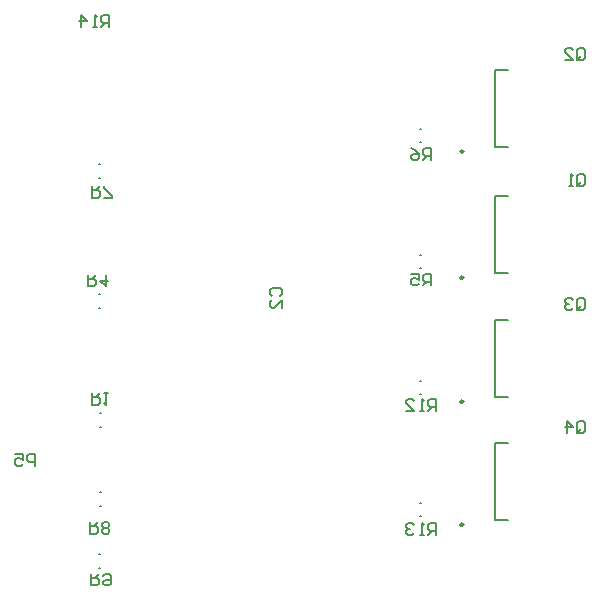
<source format=gbr>
G04 Layer_Color=32896*
%FSLAX26Y26*%
%MOIN*%
%TF.FileFunction,Legend,Bot*%
%TF.Part,Single*%
G01*
G75*
%TA.AperFunction,NonConductor*%
%ADD34C,0.009842*%
%ADD35C,0.007874*%
D34*
X1520669Y384252D02*
G03*
X1520669Y384252I-4921J0D01*
G01*
Y793701D02*
G03*
X1520669Y793701I-4921J0D01*
G01*
Y1207087D02*
G03*
X1520669Y1207087I-4921J0D01*
G01*
Y1628346D02*
G03*
X1520669Y1628346I-4921J0D01*
G01*
D35*
X1375984Y820866D02*
X1379921D01*
X1375984Y864173D02*
X1379921D01*
X1375984Y411417D02*
X1379921D01*
X1375984Y454724D02*
X1379921D01*
X1375984Y1238189D02*
X1379921D01*
X1375984Y1281496D02*
X1379921D01*
X1375984Y1659449D02*
X1379921D01*
X1375984Y1702756D02*
X1379921D01*
X309056Y444882D02*
X312992D01*
X309056Y492126D02*
X312992D01*
X305119Y287401D02*
X309055D01*
X305119Y240157D02*
X309055D01*
X309056Y755905D02*
X312992D01*
X309056Y708661D02*
X312992D01*
X305119Y1153543D02*
X309055D01*
X305119Y1106299D02*
X309055D01*
X305119Y1539370D02*
X309055D01*
X305119Y1586614D02*
X309055D01*
X1625984Y398819D02*
X1671142D01*
X1625984D02*
Y656299D01*
X1671142D01*
X1625984Y808268D02*
X1671142D01*
X1625984D02*
Y1065748D01*
X1671142D01*
X1625984Y1221653D02*
X1671142D01*
X1625984D02*
Y1479134D01*
X1671142D01*
X1625984Y1642913D02*
X1671142D01*
X1625984D02*
Y1900394D01*
X1671142D01*
X1429134Y350394D02*
Y389751D01*
X1409455D01*
X1402896Y383192D01*
Y370072D01*
X1409455Y363513D01*
X1429134D01*
X1416015D02*
X1402896Y350394D01*
X1389776D02*
X1376657D01*
X1383217D01*
Y389751D01*
X1389776Y383192D01*
X1356979D02*
X1350419Y389751D01*
X1337300D01*
X1330741Y383192D01*
Y376632D01*
X1337300Y370072D01*
X1343860D01*
X1337300D01*
X1330741Y363513D01*
Y356953D01*
X1337300Y350394D01*
X1350419D01*
X1356979Y356953D01*
X1429134Y763779D02*
Y803137D01*
X1409455D01*
X1402896Y796577D01*
Y783458D01*
X1409455Y776899D01*
X1429134D01*
X1416015D02*
X1402896Y763779D01*
X1389776D02*
X1376657D01*
X1383217D01*
Y803137D01*
X1389776Y796577D01*
X1330741Y763779D02*
X1356979D01*
X1330741Y790018D01*
Y796577D01*
X1337300Y803137D01*
X1350419D01*
X1356979Y796577D01*
X1413386Y1598425D02*
Y1637783D01*
X1393707D01*
X1387148Y1631223D01*
Y1618104D01*
X1393707Y1611544D01*
X1413386D01*
X1400267D02*
X1387148Y1598425D01*
X1347790Y1637783D02*
X1360909Y1631223D01*
X1374028Y1618104D01*
Y1604985D01*
X1367469Y1598425D01*
X1354350D01*
X1347790Y1604985D01*
Y1611544D01*
X1354350Y1618104D01*
X1374028D01*
X1413386Y1181102D02*
Y1220460D01*
X1393707D01*
X1387148Y1213900D01*
Y1200781D01*
X1393707Y1194222D01*
X1413386D01*
X1400267D02*
X1387148Y1181102D01*
X1347790Y1220460D02*
X1374028D01*
Y1200781D01*
X1360909Y1207341D01*
X1354350D01*
X1347790Y1200781D01*
Y1187662D01*
X1354350Y1181102D01*
X1367469D01*
X1374028Y1187662D01*
X1899880Y695347D02*
Y721585D01*
X1906439Y728145D01*
X1919559D01*
X1926118Y721585D01*
Y695347D01*
X1919559Y688787D01*
X1906439D01*
X1912999Y701907D02*
X1899880Y688787D01*
X1906439D02*
X1899880Y695347D01*
X1867082Y688787D02*
Y728145D01*
X1886761Y708466D01*
X1860523D01*
X1900037Y1105095D02*
Y1131333D01*
X1906597Y1137893D01*
X1919716D01*
X1926276Y1131333D01*
Y1105095D01*
X1919716Y1098535D01*
X1906597D01*
X1913157Y1111655D02*
X1900037Y1098535D01*
X1906597D02*
X1900037Y1105095D01*
X1886918Y1131333D02*
X1880359Y1137893D01*
X1867239D01*
X1860680Y1131333D01*
Y1124774D01*
X1867239Y1118214D01*
X1873799D01*
X1867239D01*
X1860680Y1111655D01*
Y1105095D01*
X1867239Y1098535D01*
X1880359D01*
X1886918Y1105095D01*
X1900037Y1939812D02*
Y1966050D01*
X1906597Y1972609D01*
X1919716D01*
X1926276Y1966050D01*
Y1939812D01*
X1919716Y1933252D01*
X1906597D01*
X1913157Y1946371D02*
X1900037Y1933252D01*
X1906597D02*
X1900037Y1939812D01*
X1860680Y1933252D02*
X1886918D01*
X1860680Y1959490D01*
Y1966050D01*
X1867239Y1972609D01*
X1880359D01*
X1886918Y1966050D01*
X1900352Y1518410D02*
Y1544648D01*
X1906912Y1551208D01*
X1920031D01*
X1926591Y1544648D01*
Y1518410D01*
X1920031Y1511850D01*
X1906912D01*
X1913472Y1524969D02*
X1900352Y1511850D01*
X1906912D02*
X1900352Y1518410D01*
X1887233Y1511850D02*
X1874114D01*
X1880674D01*
Y1551208D01*
X1887233Y1544648D01*
X93480Y581039D02*
Y620397D01*
X73802D01*
X67242Y613837D01*
Y600718D01*
X73802Y594159D01*
X93480D01*
X27885Y620397D02*
X54123D01*
Y600718D01*
X41004Y607278D01*
X34444D01*
X27885Y600718D01*
Y587599D01*
X34444Y581039D01*
X47563D01*
X54123Y587599D01*
X882131Y1146258D02*
X875572Y1152817D01*
Y1165937D01*
X882131Y1172496D01*
X908370D01*
X914929Y1165937D01*
Y1152817D01*
X908370Y1146258D01*
X914929Y1106900D02*
Y1133139D01*
X888691Y1106900D01*
X882131D01*
X875572Y1113460D01*
Y1126579D01*
X882131Y1133139D01*
X283465Y1511811D02*
Y1472454D01*
X303143D01*
X309703Y1479013D01*
Y1492132D01*
X303143Y1498692D01*
X283465D01*
X296584D02*
X309703Y1511811D01*
X322822Y1472454D02*
X349060D01*
Y1479013D01*
X322822Y1505251D01*
Y1511811D01*
X279528Y220472D02*
Y181115D01*
X299206D01*
X305766Y187675D01*
Y200794D01*
X299206Y207353D01*
X279528D01*
X292647D02*
X305766Y220472D01*
X318885Y213913D02*
X325445Y220472D01*
X338564D01*
X345123Y213913D01*
Y187675D01*
X338564Y181115D01*
X325445D01*
X318885Y187675D01*
Y194234D01*
X325445Y200794D01*
X345123D01*
X275591Y393701D02*
Y354343D01*
X295269D01*
X301829Y360903D01*
Y374022D01*
X295269Y380582D01*
X275591D01*
X288710D02*
X301829Y393701D01*
X314948Y360903D02*
X321508Y354343D01*
X334627D01*
X341186Y360903D01*
Y367463D01*
X334627Y374022D01*
X341186Y380582D01*
Y387141D01*
X334627Y393701D01*
X321508D01*
X314948Y387141D01*
Y380582D01*
X321508Y374022D01*
X314948Y367463D01*
Y360903D01*
X321508Y374022D02*
X334627D01*
X269370Y1217402D02*
Y1178044D01*
X289049D01*
X295608Y1184604D01*
Y1197723D01*
X289049Y1204283D01*
X269370D01*
X282489D02*
X295608Y1217402D01*
X328406D02*
Y1178044D01*
X308728Y1197723D01*
X334966D01*
X283150Y821102D02*
Y781745D01*
X302828D01*
X309388Y788304D01*
Y801424D01*
X302828Y807983D01*
X283150D01*
X296269D02*
X309388Y821102D01*
X322507D02*
X335626D01*
X329067D01*
Y781745D01*
X322507Y788304D01*
X338583Y2043307D02*
Y2082664D01*
X318904D01*
X312344Y2076105D01*
Y2062986D01*
X318904Y2056426D01*
X338583D01*
X325464D02*
X312344Y2043307D01*
X299225D02*
X286106D01*
X292666D01*
Y2082664D01*
X299225Y2076105D01*
X246749Y2043307D02*
Y2082664D01*
X266428Y2062986D01*
X240189D01*
%TF.MD5,ff5b943cfa9d883cc64b4902748d3659*%
M02*

</source>
